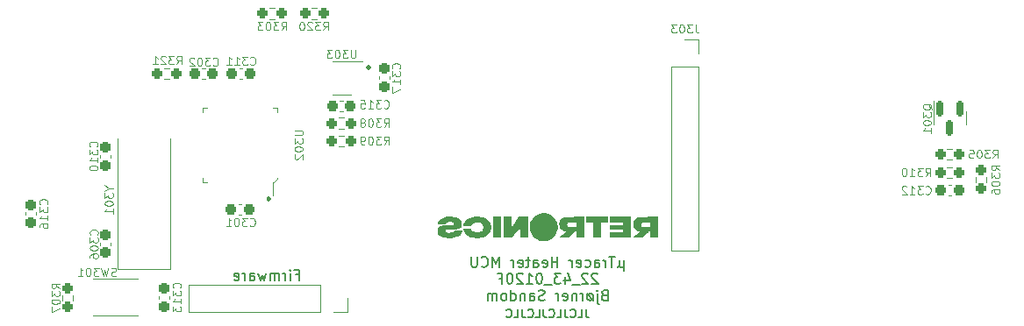
<source format=gbo>
G04 #@! TF.GenerationSoftware,KiCad,Pcbnew,(6.0.10)*
G04 #@! TF.CreationDate,2023-01-23T18:05:13+01:00*
G04 #@! TF.ProjectId,HeaterMCU,48656174-6572-44d4-9355-2e6b69636164,rev?*
G04 #@! TF.SameCoordinates,Original*
G04 #@! TF.FileFunction,Legend,Bot*
G04 #@! TF.FilePolarity,Positive*
%FSLAX46Y46*%
G04 Gerber Fmt 4.6, Leading zero omitted, Abs format (unit mm)*
G04 Created by KiCad (PCBNEW (6.0.10)) date 2023-01-23 18:05:13*
%MOMM*%
%LPD*%
G01*
G04 APERTURE LIST*
G04 Aperture macros list*
%AMRoundRect*
0 Rectangle with rounded corners*
0 $1 Rounding radius*
0 $2 $3 $4 $5 $6 $7 $8 $9 X,Y pos of 4 corners*
0 Add a 4 corners polygon primitive as box body*
4,1,4,$2,$3,$4,$5,$6,$7,$8,$9,$2,$3,0*
0 Add four circle primitives for the rounded corners*
1,1,$1+$1,$2,$3*
1,1,$1+$1,$4,$5*
1,1,$1+$1,$6,$7*
1,1,$1+$1,$8,$9*
0 Add four rect primitives between the rounded corners*
20,1,$1+$1,$2,$3,$4,$5,0*
20,1,$1+$1,$4,$5,$6,$7,0*
20,1,$1+$1,$6,$7,$8,$9,0*
20,1,$1+$1,$8,$9,$2,$3,0*%
G04 Aperture macros list end*
%ADD10C,0.150000*%
%ADD11C,0.300000*%
%ADD12C,0.100000*%
%ADD13C,0.120000*%
%ADD14RoundRect,0.237500X0.250000X0.237500X-0.250000X0.237500X-0.250000X-0.237500X0.250000X-0.237500X0*%
%ADD15C,3.200000*%
%ADD16C,2.700000*%
%ADD17R,1.700000X1.700000*%
%ADD18C,1.700000*%
%ADD19RoundRect,0.237500X-0.250000X-0.237500X0.250000X-0.237500X0.250000X0.237500X-0.250000X0.237500X0*%
%ADD20RoundRect,0.237500X0.237500X-0.300000X0.237500X0.300000X-0.237500X0.300000X-0.237500X-0.300000X0*%
%ADD21R,0.550000X1.500000*%
%ADD22R,1.500000X0.550000*%
%ADD23RoundRect,0.237500X-0.300000X-0.237500X0.300000X-0.237500X0.300000X0.237500X-0.300000X0.237500X0*%
%ADD24RoundRect,0.237500X0.300000X0.237500X-0.300000X0.237500X-0.300000X-0.237500X0.300000X-0.237500X0*%
%ADD25RoundRect,0.237500X-0.237500X0.300000X-0.237500X-0.300000X0.237500X-0.300000X0.237500X0.300000X0*%
%ADD26R,1.560000X0.400000*%
%ADD27RoundRect,0.150000X-0.150000X0.587500X-0.150000X-0.587500X0.150000X-0.587500X0.150000X0.587500X0*%
%ADD28O,1.700000X1.700000*%
%ADD29R,2.000000X4.500000*%
%ADD30RoundRect,0.237500X0.237500X-0.250000X0.237500X0.250000X-0.237500X0.250000X-0.237500X-0.250000X0*%
%ADD31R,1.600000X1.200000*%
%ADD32C,0.700000*%
%ADD33RoundRect,0.237500X-0.237500X0.250000X-0.237500X-0.250000X0.237500X-0.250000X0.237500X0.250000X0*%
G04 APERTURE END LIST*
D10*
X85885714Y-75128571D02*
X86219047Y-75128571D01*
X86219047Y-75652380D02*
X86219047Y-74652380D01*
X85742857Y-74652380D01*
X85361904Y-75652380D02*
X85361904Y-74985714D01*
X85361904Y-74652380D02*
X85409523Y-74700000D01*
X85361904Y-74747619D01*
X85314285Y-74700000D01*
X85361904Y-74652380D01*
X85361904Y-74747619D01*
X84885714Y-75652380D02*
X84885714Y-74985714D01*
X84885714Y-75176190D02*
X84838095Y-75080952D01*
X84790476Y-75033333D01*
X84695238Y-74985714D01*
X84600000Y-74985714D01*
X84266666Y-75652380D02*
X84266666Y-74985714D01*
X84266666Y-75080952D02*
X84219047Y-75033333D01*
X84123809Y-74985714D01*
X83980952Y-74985714D01*
X83885714Y-75033333D01*
X83838095Y-75128571D01*
X83838095Y-75652380D01*
X83838095Y-75128571D02*
X83790476Y-75033333D01*
X83695238Y-74985714D01*
X83552380Y-74985714D01*
X83457142Y-75033333D01*
X83409523Y-75128571D01*
X83409523Y-75652380D01*
X83028571Y-74985714D02*
X82838095Y-75652380D01*
X82647619Y-75176190D01*
X82457142Y-75652380D01*
X82266666Y-74985714D01*
X81457142Y-75652380D02*
X81457142Y-75128571D01*
X81504761Y-75033333D01*
X81600000Y-74985714D01*
X81790476Y-74985714D01*
X81885714Y-75033333D01*
X81457142Y-75604761D02*
X81552380Y-75652380D01*
X81790476Y-75652380D01*
X81885714Y-75604761D01*
X81933333Y-75509523D01*
X81933333Y-75414285D01*
X81885714Y-75319047D01*
X81790476Y-75271428D01*
X81552380Y-75271428D01*
X81457142Y-75223809D01*
X80980952Y-75652380D02*
X80980952Y-74985714D01*
X80980952Y-75176190D02*
X80933333Y-75080952D01*
X80885714Y-75033333D01*
X80790476Y-74985714D01*
X80695238Y-74985714D01*
X79980952Y-75604761D02*
X80076190Y-75652380D01*
X80266666Y-75652380D01*
X80361904Y-75604761D01*
X80409523Y-75509523D01*
X80409523Y-75128571D01*
X80361904Y-75033333D01*
X80266666Y-74985714D01*
X80076190Y-74985714D01*
X79980952Y-75033333D01*
X79933333Y-75128571D01*
X79933333Y-75223809D01*
X80409523Y-75319047D01*
D11*
X83300000Y-67735714D02*
X83228571Y-67807142D01*
X83300000Y-67878571D01*
X83371428Y-67807142D01*
X83300000Y-67735714D01*
X83300000Y-67878571D01*
X92900000Y-55035714D02*
X92828571Y-55107142D01*
X92900000Y-55178571D01*
X92971428Y-55107142D01*
X92900000Y-55035714D01*
X92900000Y-55178571D01*
D10*
X113895238Y-78461904D02*
X113895238Y-79033333D01*
X113933333Y-79147619D01*
X114009523Y-79223809D01*
X114123809Y-79261904D01*
X114200000Y-79261904D01*
X113133333Y-79261904D02*
X113514285Y-79261904D01*
X113514285Y-78461904D01*
X112409523Y-79185714D02*
X112447619Y-79223809D01*
X112561904Y-79261904D01*
X112638095Y-79261904D01*
X112752380Y-79223809D01*
X112828571Y-79147619D01*
X112866666Y-79071428D01*
X112904761Y-78919047D01*
X112904761Y-78804761D01*
X112866666Y-78652380D01*
X112828571Y-78576190D01*
X112752380Y-78500000D01*
X112638095Y-78461904D01*
X112561904Y-78461904D01*
X112447619Y-78500000D01*
X112409523Y-78538095D01*
X111838095Y-78461904D02*
X111838095Y-79033333D01*
X111876190Y-79147619D01*
X111952380Y-79223809D01*
X112066666Y-79261904D01*
X112142857Y-79261904D01*
X111076190Y-79261904D02*
X111457142Y-79261904D01*
X111457142Y-78461904D01*
X110352380Y-79185714D02*
X110390476Y-79223809D01*
X110504761Y-79261904D01*
X110580952Y-79261904D01*
X110695238Y-79223809D01*
X110771428Y-79147619D01*
X110809523Y-79071428D01*
X110847619Y-78919047D01*
X110847619Y-78804761D01*
X110809523Y-78652380D01*
X110771428Y-78576190D01*
X110695238Y-78500000D01*
X110580952Y-78461904D01*
X110504761Y-78461904D01*
X110390476Y-78500000D01*
X110352380Y-78538095D01*
X109780952Y-78461904D02*
X109780952Y-79033333D01*
X109819047Y-79147619D01*
X109895238Y-79223809D01*
X110009523Y-79261904D01*
X110085714Y-79261904D01*
X109019047Y-79261904D02*
X109400000Y-79261904D01*
X109400000Y-78461904D01*
X108295238Y-79185714D02*
X108333333Y-79223809D01*
X108447619Y-79261904D01*
X108523809Y-79261904D01*
X108638095Y-79223809D01*
X108714285Y-79147619D01*
X108752380Y-79071428D01*
X108790476Y-78919047D01*
X108790476Y-78804761D01*
X108752380Y-78652380D01*
X108714285Y-78576190D01*
X108638095Y-78500000D01*
X108523809Y-78461904D01*
X108447619Y-78461904D01*
X108333333Y-78500000D01*
X108295238Y-78538095D01*
X107723809Y-78461904D02*
X107723809Y-79033333D01*
X107761904Y-79147619D01*
X107838095Y-79223809D01*
X107952380Y-79261904D01*
X108028571Y-79261904D01*
X106961904Y-79261904D02*
X107342857Y-79261904D01*
X107342857Y-78461904D01*
X106238095Y-79185714D02*
X106276190Y-79223809D01*
X106390476Y-79261904D01*
X106466666Y-79261904D01*
X106580952Y-79223809D01*
X106657142Y-79147619D01*
X106695238Y-79071428D01*
X106733333Y-78919047D01*
X106733333Y-78804761D01*
X106695238Y-78652380D01*
X106657142Y-78576190D01*
X106580952Y-78500000D01*
X106466666Y-78461904D01*
X106390476Y-78461904D01*
X106276190Y-78500000D01*
X106238095Y-78538095D01*
X117580952Y-73725714D02*
X117580952Y-74725714D01*
X117104761Y-74249523D02*
X117057142Y-74344761D01*
X116961904Y-74392380D01*
X117580952Y-74249523D02*
X117533333Y-74344761D01*
X117438095Y-74392380D01*
X117247619Y-74392380D01*
X117152380Y-74344761D01*
X117104761Y-74249523D01*
X117104761Y-73725714D01*
X116676190Y-73392380D02*
X116104761Y-73392380D01*
X116390476Y-74392380D02*
X116390476Y-73392380D01*
X115771428Y-74392380D02*
X115771428Y-73725714D01*
X115771428Y-73916190D02*
X115723809Y-73820952D01*
X115676190Y-73773333D01*
X115580952Y-73725714D01*
X115485714Y-73725714D01*
X114723809Y-74392380D02*
X114723809Y-73868571D01*
X114771428Y-73773333D01*
X114866666Y-73725714D01*
X115057142Y-73725714D01*
X115152380Y-73773333D01*
X114723809Y-74344761D02*
X114819047Y-74392380D01*
X115057142Y-74392380D01*
X115152380Y-74344761D01*
X115200000Y-74249523D01*
X115200000Y-74154285D01*
X115152380Y-74059047D01*
X115057142Y-74011428D01*
X114819047Y-74011428D01*
X114723809Y-73963809D01*
X113819047Y-74344761D02*
X113914285Y-74392380D01*
X114104761Y-74392380D01*
X114200000Y-74344761D01*
X114247619Y-74297142D01*
X114295238Y-74201904D01*
X114295238Y-73916190D01*
X114247619Y-73820952D01*
X114200000Y-73773333D01*
X114104761Y-73725714D01*
X113914285Y-73725714D01*
X113819047Y-73773333D01*
X113009523Y-74344761D02*
X113104761Y-74392380D01*
X113295238Y-74392380D01*
X113390476Y-74344761D01*
X113438095Y-74249523D01*
X113438095Y-73868571D01*
X113390476Y-73773333D01*
X113295238Y-73725714D01*
X113104761Y-73725714D01*
X113009523Y-73773333D01*
X112961904Y-73868571D01*
X112961904Y-73963809D01*
X113438095Y-74059047D01*
X112533333Y-74392380D02*
X112533333Y-73725714D01*
X112533333Y-73916190D02*
X112485714Y-73820952D01*
X112438095Y-73773333D01*
X112342857Y-73725714D01*
X112247619Y-73725714D01*
X111152380Y-74392380D02*
X111152380Y-73392380D01*
X111152380Y-73868571D02*
X110580952Y-73868571D01*
X110580952Y-74392380D02*
X110580952Y-73392380D01*
X109723809Y-74344761D02*
X109819047Y-74392380D01*
X110009523Y-74392380D01*
X110104761Y-74344761D01*
X110152380Y-74249523D01*
X110152380Y-73868571D01*
X110104761Y-73773333D01*
X110009523Y-73725714D01*
X109819047Y-73725714D01*
X109723809Y-73773333D01*
X109676190Y-73868571D01*
X109676190Y-73963809D01*
X110152380Y-74059047D01*
X108819047Y-74392380D02*
X108819047Y-73868571D01*
X108866666Y-73773333D01*
X108961904Y-73725714D01*
X109152380Y-73725714D01*
X109247619Y-73773333D01*
X108819047Y-74344761D02*
X108914285Y-74392380D01*
X109152380Y-74392380D01*
X109247619Y-74344761D01*
X109295238Y-74249523D01*
X109295238Y-74154285D01*
X109247619Y-74059047D01*
X109152380Y-74011428D01*
X108914285Y-74011428D01*
X108819047Y-73963809D01*
X108485714Y-73725714D02*
X108104761Y-73725714D01*
X108342857Y-73392380D02*
X108342857Y-74249523D01*
X108295238Y-74344761D01*
X108200000Y-74392380D01*
X108104761Y-74392380D01*
X107390476Y-74344761D02*
X107485714Y-74392380D01*
X107676190Y-74392380D01*
X107771428Y-74344761D01*
X107819047Y-74249523D01*
X107819047Y-73868571D01*
X107771428Y-73773333D01*
X107676190Y-73725714D01*
X107485714Y-73725714D01*
X107390476Y-73773333D01*
X107342857Y-73868571D01*
X107342857Y-73963809D01*
X107819047Y-74059047D01*
X106914285Y-74392380D02*
X106914285Y-73725714D01*
X106914285Y-73916190D02*
X106866666Y-73820952D01*
X106819047Y-73773333D01*
X106723809Y-73725714D01*
X106628571Y-73725714D01*
X105533333Y-74392380D02*
X105533333Y-73392380D01*
X105200000Y-74106666D01*
X104866666Y-73392380D01*
X104866666Y-74392380D01*
X103819047Y-74297142D02*
X103866666Y-74344761D01*
X104009523Y-74392380D01*
X104104761Y-74392380D01*
X104247619Y-74344761D01*
X104342857Y-74249523D01*
X104390476Y-74154285D01*
X104438095Y-73963809D01*
X104438095Y-73820952D01*
X104390476Y-73630476D01*
X104342857Y-73535238D01*
X104247619Y-73440000D01*
X104104761Y-73392380D01*
X104009523Y-73392380D01*
X103866666Y-73440000D01*
X103819047Y-73487619D01*
X103390476Y-73392380D02*
X103390476Y-74201904D01*
X103342857Y-74297142D01*
X103295238Y-74344761D01*
X103200000Y-74392380D01*
X103009523Y-74392380D01*
X102914285Y-74344761D01*
X102866666Y-74297142D01*
X102819047Y-74201904D01*
X102819047Y-73392380D01*
X115009523Y-75097619D02*
X114961904Y-75050000D01*
X114866666Y-75002380D01*
X114628571Y-75002380D01*
X114533333Y-75050000D01*
X114485714Y-75097619D01*
X114438095Y-75192857D01*
X114438095Y-75288095D01*
X114485714Y-75430952D01*
X115057142Y-76002380D01*
X114438095Y-76002380D01*
X114057142Y-75097619D02*
X114009523Y-75050000D01*
X113914285Y-75002380D01*
X113676190Y-75002380D01*
X113580952Y-75050000D01*
X113533333Y-75097619D01*
X113485714Y-75192857D01*
X113485714Y-75288095D01*
X113533333Y-75430952D01*
X114104761Y-76002380D01*
X113485714Y-76002380D01*
X113295238Y-76097619D02*
X112533333Y-76097619D01*
X111866666Y-75335714D02*
X111866666Y-76002380D01*
X112104761Y-74954761D02*
X112342857Y-75669047D01*
X111723809Y-75669047D01*
X111438095Y-75002380D02*
X110819047Y-75002380D01*
X111152380Y-75383333D01*
X111009523Y-75383333D01*
X110914285Y-75430952D01*
X110866666Y-75478571D01*
X110819047Y-75573809D01*
X110819047Y-75811904D01*
X110866666Y-75907142D01*
X110914285Y-75954761D01*
X111009523Y-76002380D01*
X111295238Y-76002380D01*
X111390476Y-75954761D01*
X111438095Y-75907142D01*
X110628571Y-76097619D02*
X109866666Y-76097619D01*
X109438095Y-75002380D02*
X109342857Y-75002380D01*
X109247619Y-75050000D01*
X109200000Y-75097619D01*
X109152380Y-75192857D01*
X109104761Y-75383333D01*
X109104761Y-75621428D01*
X109152380Y-75811904D01*
X109200000Y-75907142D01*
X109247619Y-75954761D01*
X109342857Y-76002380D01*
X109438095Y-76002380D01*
X109533333Y-75954761D01*
X109580952Y-75907142D01*
X109628571Y-75811904D01*
X109676190Y-75621428D01*
X109676190Y-75383333D01*
X109628571Y-75192857D01*
X109580952Y-75097619D01*
X109533333Y-75050000D01*
X109438095Y-75002380D01*
X108152380Y-76002380D02*
X108723809Y-76002380D01*
X108438095Y-76002380D02*
X108438095Y-75002380D01*
X108533333Y-75145238D01*
X108628571Y-75240476D01*
X108723809Y-75288095D01*
X107771428Y-75097619D02*
X107723809Y-75050000D01*
X107628571Y-75002380D01*
X107390476Y-75002380D01*
X107295238Y-75050000D01*
X107247619Y-75097619D01*
X107200000Y-75192857D01*
X107200000Y-75288095D01*
X107247619Y-75430952D01*
X107819047Y-76002380D01*
X107200000Y-76002380D01*
X106580952Y-75002380D02*
X106485714Y-75002380D01*
X106390476Y-75050000D01*
X106342857Y-75097619D01*
X106295238Y-75192857D01*
X106247619Y-75383333D01*
X106247619Y-75621428D01*
X106295238Y-75811904D01*
X106342857Y-75907142D01*
X106390476Y-75954761D01*
X106485714Y-76002380D01*
X106580952Y-76002380D01*
X106676190Y-75954761D01*
X106723809Y-75907142D01*
X106771428Y-75811904D01*
X106819047Y-75621428D01*
X106819047Y-75383333D01*
X106771428Y-75192857D01*
X106723809Y-75097619D01*
X106676190Y-75050000D01*
X106580952Y-75002380D01*
X105485714Y-75478571D02*
X105819047Y-75478571D01*
X105819047Y-76002380D02*
X105819047Y-75002380D01*
X105342857Y-75002380D01*
X115652380Y-77088571D02*
X115509523Y-77136190D01*
X115461904Y-77183809D01*
X115414285Y-77279047D01*
X115414285Y-77421904D01*
X115461904Y-77517142D01*
X115509523Y-77564761D01*
X115604761Y-77612380D01*
X115985714Y-77612380D01*
X115985714Y-76612380D01*
X115652380Y-76612380D01*
X115557142Y-76660000D01*
X115509523Y-76707619D01*
X115461904Y-76802857D01*
X115461904Y-76898095D01*
X115509523Y-76993333D01*
X115557142Y-77040952D01*
X115652380Y-77088571D01*
X115985714Y-77088571D01*
X114985714Y-76945714D02*
X114985714Y-77802857D01*
X115033333Y-77898095D01*
X115128571Y-77945714D01*
X115176190Y-77945714D01*
X114985714Y-76612380D02*
X115033333Y-76660000D01*
X114985714Y-76707619D01*
X114938095Y-76660000D01*
X114985714Y-76612380D01*
X114985714Y-76707619D01*
X113985714Y-76945714D02*
X114604761Y-77612380D01*
X114366666Y-77612380D02*
X114461904Y-77564761D01*
X114509523Y-77517142D01*
X114557142Y-77421904D01*
X114557142Y-77136190D01*
X114509523Y-77040952D01*
X114461904Y-76993333D01*
X114366666Y-76945714D01*
X114223809Y-76945714D01*
X114128571Y-76993333D01*
X114080952Y-77040952D01*
X114033333Y-77136190D01*
X114033333Y-77421904D01*
X114080952Y-77517142D01*
X114128571Y-77564761D01*
X114223809Y-77612380D01*
X114366666Y-77612380D01*
X113604761Y-77612380D02*
X113604761Y-76945714D01*
X113604761Y-77136190D02*
X113557142Y-77040952D01*
X113509523Y-76993333D01*
X113414285Y-76945714D01*
X113319047Y-76945714D01*
X112985714Y-76945714D02*
X112985714Y-77612380D01*
X112985714Y-77040952D02*
X112938095Y-76993333D01*
X112842857Y-76945714D01*
X112700000Y-76945714D01*
X112604761Y-76993333D01*
X112557142Y-77088571D01*
X112557142Y-77612380D01*
X111700000Y-77564761D02*
X111795238Y-77612380D01*
X111985714Y-77612380D01*
X112080952Y-77564761D01*
X112128571Y-77469523D01*
X112128571Y-77088571D01*
X112080952Y-76993333D01*
X111985714Y-76945714D01*
X111795238Y-76945714D01*
X111700000Y-76993333D01*
X111652380Y-77088571D01*
X111652380Y-77183809D01*
X112128571Y-77279047D01*
X111223809Y-77612380D02*
X111223809Y-76945714D01*
X111223809Y-77136190D02*
X111176190Y-77040952D01*
X111128571Y-76993333D01*
X111033333Y-76945714D01*
X110938095Y-76945714D01*
X109890476Y-77564761D02*
X109747619Y-77612380D01*
X109509523Y-77612380D01*
X109414285Y-77564761D01*
X109366666Y-77517142D01*
X109319047Y-77421904D01*
X109319047Y-77326666D01*
X109366666Y-77231428D01*
X109414285Y-77183809D01*
X109509523Y-77136190D01*
X109700000Y-77088571D01*
X109795238Y-77040952D01*
X109842857Y-76993333D01*
X109890476Y-76898095D01*
X109890476Y-76802857D01*
X109842857Y-76707619D01*
X109795238Y-76660000D01*
X109700000Y-76612380D01*
X109461904Y-76612380D01*
X109319047Y-76660000D01*
X108461904Y-77612380D02*
X108461904Y-77088571D01*
X108509523Y-76993333D01*
X108604761Y-76945714D01*
X108795238Y-76945714D01*
X108890476Y-76993333D01*
X108461904Y-77564761D02*
X108557142Y-77612380D01*
X108795238Y-77612380D01*
X108890476Y-77564761D01*
X108938095Y-77469523D01*
X108938095Y-77374285D01*
X108890476Y-77279047D01*
X108795238Y-77231428D01*
X108557142Y-77231428D01*
X108461904Y-77183809D01*
X107985714Y-76945714D02*
X107985714Y-77612380D01*
X107985714Y-77040952D02*
X107938095Y-76993333D01*
X107842857Y-76945714D01*
X107700000Y-76945714D01*
X107604761Y-76993333D01*
X107557142Y-77088571D01*
X107557142Y-77612380D01*
X106652380Y-77612380D02*
X106652380Y-76612380D01*
X106652380Y-77564761D02*
X106747619Y-77612380D01*
X106938095Y-77612380D01*
X107033333Y-77564761D01*
X107080952Y-77517142D01*
X107128571Y-77421904D01*
X107128571Y-77136190D01*
X107080952Y-77040952D01*
X107033333Y-76993333D01*
X106938095Y-76945714D01*
X106747619Y-76945714D01*
X106652380Y-76993333D01*
X106033333Y-77612380D02*
X106128571Y-77564761D01*
X106176190Y-77517142D01*
X106223809Y-77421904D01*
X106223809Y-77136190D01*
X106176190Y-77040952D01*
X106128571Y-76993333D01*
X106033333Y-76945714D01*
X105890476Y-76945714D01*
X105795238Y-76993333D01*
X105747619Y-77040952D01*
X105700000Y-77136190D01*
X105700000Y-77421904D01*
X105747619Y-77517142D01*
X105795238Y-77564761D01*
X105890476Y-77612380D01*
X106033333Y-77612380D01*
X105271428Y-77612380D02*
X105271428Y-76945714D01*
X105271428Y-77040952D02*
X105223809Y-76993333D01*
X105128571Y-76945714D01*
X104985714Y-76945714D01*
X104890476Y-76993333D01*
X104842857Y-77088571D01*
X104842857Y-77612380D01*
X104842857Y-77088571D02*
X104795238Y-76993333D01*
X104700000Y-76945714D01*
X104557142Y-76945714D01*
X104461904Y-76993333D01*
X104414285Y-77088571D01*
X104414285Y-77612380D01*
D12*
X88545238Y-51511904D02*
X88811904Y-51130952D01*
X89002380Y-51511904D02*
X89002380Y-50711904D01*
X88697619Y-50711904D01*
X88621428Y-50750000D01*
X88583333Y-50788095D01*
X88545238Y-50864285D01*
X88545238Y-50978571D01*
X88583333Y-51054761D01*
X88621428Y-51092857D01*
X88697619Y-51130952D01*
X89002380Y-51130952D01*
X88278571Y-50711904D02*
X87783333Y-50711904D01*
X88050000Y-51016666D01*
X87935714Y-51016666D01*
X87859523Y-51054761D01*
X87821428Y-51092857D01*
X87783333Y-51169047D01*
X87783333Y-51359523D01*
X87821428Y-51435714D01*
X87859523Y-51473809D01*
X87935714Y-51511904D01*
X88164285Y-51511904D01*
X88240476Y-51473809D01*
X88278571Y-51435714D01*
X87478571Y-50788095D02*
X87440476Y-50750000D01*
X87364285Y-50711904D01*
X87173809Y-50711904D01*
X87097619Y-50750000D01*
X87059523Y-50788095D01*
X87021428Y-50864285D01*
X87021428Y-50940476D01*
X87059523Y-51054761D01*
X87516666Y-51511904D01*
X87021428Y-51511904D01*
X86526190Y-50711904D02*
X86450000Y-50711904D01*
X86373809Y-50750000D01*
X86335714Y-50788095D01*
X86297619Y-50864285D01*
X86259523Y-51016666D01*
X86259523Y-51207142D01*
X86297619Y-51359523D01*
X86335714Y-51435714D01*
X86373809Y-51473809D01*
X86450000Y-51511904D01*
X86526190Y-51511904D01*
X86602380Y-51473809D01*
X86640476Y-51435714D01*
X86678571Y-51359523D01*
X86716666Y-51207142D01*
X86716666Y-51016666D01*
X86678571Y-50864285D01*
X86640476Y-50788095D01*
X86602380Y-50750000D01*
X86526190Y-50711904D01*
X74395238Y-54811904D02*
X74661904Y-54430952D01*
X74852380Y-54811904D02*
X74852380Y-54011904D01*
X74547619Y-54011904D01*
X74471428Y-54050000D01*
X74433333Y-54088095D01*
X74395238Y-54164285D01*
X74395238Y-54278571D01*
X74433333Y-54354761D01*
X74471428Y-54392857D01*
X74547619Y-54430952D01*
X74852380Y-54430952D01*
X74128571Y-54011904D02*
X73633333Y-54011904D01*
X73900000Y-54316666D01*
X73785714Y-54316666D01*
X73709523Y-54354761D01*
X73671428Y-54392857D01*
X73633333Y-54469047D01*
X73633333Y-54659523D01*
X73671428Y-54735714D01*
X73709523Y-54773809D01*
X73785714Y-54811904D01*
X74014285Y-54811904D01*
X74090476Y-54773809D01*
X74128571Y-54735714D01*
X73328571Y-54088095D02*
X73290476Y-54050000D01*
X73214285Y-54011904D01*
X73023809Y-54011904D01*
X72947619Y-54050000D01*
X72909523Y-54088095D01*
X72871428Y-54164285D01*
X72871428Y-54240476D01*
X72909523Y-54354761D01*
X73366666Y-54811904D01*
X72871428Y-54811904D01*
X72109523Y-54811904D02*
X72566666Y-54811904D01*
X72338095Y-54811904D02*
X72338095Y-54011904D01*
X72414285Y-54126190D01*
X72490476Y-54202380D01*
X72566666Y-54240476D01*
X84495238Y-51511904D02*
X84761904Y-51130952D01*
X84952380Y-51511904D02*
X84952380Y-50711904D01*
X84647619Y-50711904D01*
X84571428Y-50750000D01*
X84533333Y-50788095D01*
X84495238Y-50864285D01*
X84495238Y-50978571D01*
X84533333Y-51054761D01*
X84571428Y-51092857D01*
X84647619Y-51130952D01*
X84952380Y-51130952D01*
X84228571Y-50711904D02*
X83733333Y-50711904D01*
X84000000Y-51016666D01*
X83885714Y-51016666D01*
X83809523Y-51054761D01*
X83771428Y-51092857D01*
X83733333Y-51169047D01*
X83733333Y-51359523D01*
X83771428Y-51435714D01*
X83809523Y-51473809D01*
X83885714Y-51511904D01*
X84114285Y-51511904D01*
X84190476Y-51473809D01*
X84228571Y-51435714D01*
X83238095Y-50711904D02*
X83161904Y-50711904D01*
X83085714Y-50750000D01*
X83047619Y-50788095D01*
X83009523Y-50864285D01*
X82971428Y-51016666D01*
X82971428Y-51207142D01*
X83009523Y-51359523D01*
X83047619Y-51435714D01*
X83085714Y-51473809D01*
X83161904Y-51511904D01*
X83238095Y-51511904D01*
X83314285Y-51473809D01*
X83352380Y-51435714D01*
X83390476Y-51359523D01*
X83428571Y-51207142D01*
X83428571Y-51016666D01*
X83390476Y-50864285D01*
X83352380Y-50788095D01*
X83314285Y-50750000D01*
X83238095Y-50711904D01*
X82704761Y-50711904D02*
X82209523Y-50711904D01*
X82476190Y-51016666D01*
X82361904Y-51016666D01*
X82285714Y-51054761D01*
X82247619Y-51092857D01*
X82209523Y-51169047D01*
X82209523Y-51359523D01*
X82247619Y-51435714D01*
X82285714Y-51473809D01*
X82361904Y-51511904D01*
X82590476Y-51511904D01*
X82666666Y-51473809D01*
X82704761Y-51435714D01*
X66685714Y-62767261D02*
X66723809Y-62729166D01*
X66761904Y-62614880D01*
X66761904Y-62538690D01*
X66723809Y-62424404D01*
X66647619Y-62348214D01*
X66571428Y-62310119D01*
X66419047Y-62272023D01*
X66304761Y-62272023D01*
X66152380Y-62310119D01*
X66076190Y-62348214D01*
X66000000Y-62424404D01*
X65961904Y-62538690D01*
X65961904Y-62614880D01*
X66000000Y-62729166D01*
X66038095Y-62767261D01*
X65961904Y-63033928D02*
X65961904Y-63529166D01*
X66266666Y-63262500D01*
X66266666Y-63376785D01*
X66304761Y-63452976D01*
X66342857Y-63491071D01*
X66419047Y-63529166D01*
X66609523Y-63529166D01*
X66685714Y-63491071D01*
X66723809Y-63452976D01*
X66761904Y-63376785D01*
X66761904Y-63148214D01*
X66723809Y-63072023D01*
X66685714Y-63033928D01*
X66761904Y-64291071D02*
X66761904Y-63833928D01*
X66761904Y-64062500D02*
X65961904Y-64062500D01*
X66076190Y-63986309D01*
X66152380Y-63910119D01*
X66190476Y-63833928D01*
X65961904Y-64786309D02*
X65961904Y-64862500D01*
X66000000Y-64938690D01*
X66038095Y-64976785D01*
X66114285Y-65014880D01*
X66266666Y-65052976D01*
X66457142Y-65052976D01*
X66609523Y-65014880D01*
X66685714Y-64976785D01*
X66723809Y-64938690D01*
X66761904Y-64862500D01*
X66761904Y-64786309D01*
X66723809Y-64710119D01*
X66685714Y-64672023D01*
X66609523Y-64633928D01*
X66457142Y-64595833D01*
X66266666Y-64595833D01*
X66114285Y-64633928D01*
X66038095Y-64672023D01*
X66000000Y-64710119D01*
X65961904Y-64786309D01*
X85761904Y-61203571D02*
X86409523Y-61203571D01*
X86485714Y-61241666D01*
X86523809Y-61279761D01*
X86561904Y-61355952D01*
X86561904Y-61508333D01*
X86523809Y-61584523D01*
X86485714Y-61622619D01*
X86409523Y-61660714D01*
X85761904Y-61660714D01*
X85761904Y-61965476D02*
X85761904Y-62460714D01*
X86066666Y-62194047D01*
X86066666Y-62308333D01*
X86104761Y-62384523D01*
X86142857Y-62422619D01*
X86219047Y-62460714D01*
X86409523Y-62460714D01*
X86485714Y-62422619D01*
X86523809Y-62384523D01*
X86561904Y-62308333D01*
X86561904Y-62079761D01*
X86523809Y-62003571D01*
X86485714Y-61965476D01*
X85761904Y-62955952D02*
X85761904Y-63032142D01*
X85800000Y-63108333D01*
X85838095Y-63146428D01*
X85914285Y-63184523D01*
X86066666Y-63222619D01*
X86257142Y-63222619D01*
X86409523Y-63184523D01*
X86485714Y-63146428D01*
X86523809Y-63108333D01*
X86561904Y-63032142D01*
X86561904Y-62955952D01*
X86523809Y-62879761D01*
X86485714Y-62841666D01*
X86409523Y-62803571D01*
X86257142Y-62765476D01*
X86066666Y-62765476D01*
X85914285Y-62803571D01*
X85838095Y-62841666D01*
X85800000Y-62879761D01*
X85761904Y-62955952D01*
X85838095Y-63527380D02*
X85800000Y-63565476D01*
X85761904Y-63641666D01*
X85761904Y-63832142D01*
X85800000Y-63908333D01*
X85838095Y-63946428D01*
X85914285Y-63984523D01*
X85990476Y-63984523D01*
X86104761Y-63946428D01*
X86561904Y-63489285D01*
X86561904Y-63984523D01*
X94395238Y-58985714D02*
X94433333Y-59023809D01*
X94547619Y-59061904D01*
X94623809Y-59061904D01*
X94738095Y-59023809D01*
X94814285Y-58947619D01*
X94852380Y-58871428D01*
X94890476Y-58719047D01*
X94890476Y-58604761D01*
X94852380Y-58452380D01*
X94814285Y-58376190D01*
X94738095Y-58300000D01*
X94623809Y-58261904D01*
X94547619Y-58261904D01*
X94433333Y-58300000D01*
X94395238Y-58338095D01*
X94128571Y-58261904D02*
X93633333Y-58261904D01*
X93900000Y-58566666D01*
X93785714Y-58566666D01*
X93709523Y-58604761D01*
X93671428Y-58642857D01*
X93633333Y-58719047D01*
X93633333Y-58909523D01*
X93671428Y-58985714D01*
X93709523Y-59023809D01*
X93785714Y-59061904D01*
X94014285Y-59061904D01*
X94090476Y-59023809D01*
X94128571Y-58985714D01*
X92871428Y-59061904D02*
X93328571Y-59061904D01*
X93100000Y-59061904D02*
X93100000Y-58261904D01*
X93176190Y-58376190D01*
X93252380Y-58452380D01*
X93328571Y-58490476D01*
X92147619Y-58261904D02*
X92528571Y-58261904D01*
X92566666Y-58642857D01*
X92528571Y-58604761D01*
X92452380Y-58566666D01*
X92261904Y-58566666D01*
X92185714Y-58604761D01*
X92147619Y-58642857D01*
X92109523Y-58719047D01*
X92109523Y-58909523D01*
X92147619Y-58985714D01*
X92185714Y-59023809D01*
X92261904Y-59061904D01*
X92452380Y-59061904D01*
X92528571Y-59023809D01*
X92566666Y-58985714D01*
X146645238Y-67285714D02*
X146683333Y-67323809D01*
X146797619Y-67361904D01*
X146873809Y-67361904D01*
X146988095Y-67323809D01*
X147064285Y-67247619D01*
X147102380Y-67171428D01*
X147140476Y-67019047D01*
X147140476Y-66904761D01*
X147102380Y-66752380D01*
X147064285Y-66676190D01*
X146988095Y-66600000D01*
X146873809Y-66561904D01*
X146797619Y-66561904D01*
X146683333Y-66600000D01*
X146645238Y-66638095D01*
X146378571Y-66561904D02*
X145883333Y-66561904D01*
X146150000Y-66866666D01*
X146035714Y-66866666D01*
X145959523Y-66904761D01*
X145921428Y-66942857D01*
X145883333Y-67019047D01*
X145883333Y-67209523D01*
X145921428Y-67285714D01*
X145959523Y-67323809D01*
X146035714Y-67361904D01*
X146264285Y-67361904D01*
X146340476Y-67323809D01*
X146378571Y-67285714D01*
X145121428Y-67361904D02*
X145578571Y-67361904D01*
X145350000Y-67361904D02*
X145350000Y-66561904D01*
X145426190Y-66676190D01*
X145502380Y-66752380D01*
X145578571Y-66790476D01*
X144816666Y-66638095D02*
X144778571Y-66600000D01*
X144702380Y-66561904D01*
X144511904Y-66561904D01*
X144435714Y-66600000D01*
X144397619Y-66638095D01*
X144359523Y-66714285D01*
X144359523Y-66790476D01*
X144397619Y-66904761D01*
X144854761Y-67361904D01*
X144359523Y-67361904D01*
X66735714Y-71254761D02*
X66773809Y-71216666D01*
X66811904Y-71102380D01*
X66811904Y-71026190D01*
X66773809Y-70911904D01*
X66697619Y-70835714D01*
X66621428Y-70797619D01*
X66469047Y-70759523D01*
X66354761Y-70759523D01*
X66202380Y-70797619D01*
X66126190Y-70835714D01*
X66050000Y-70911904D01*
X66011904Y-71026190D01*
X66011904Y-71102380D01*
X66050000Y-71216666D01*
X66088095Y-71254761D01*
X66011904Y-71521428D02*
X66011904Y-72016666D01*
X66316666Y-71750000D01*
X66316666Y-71864285D01*
X66354761Y-71940476D01*
X66392857Y-71978571D01*
X66469047Y-72016666D01*
X66659523Y-72016666D01*
X66735714Y-71978571D01*
X66773809Y-71940476D01*
X66811904Y-71864285D01*
X66811904Y-71635714D01*
X66773809Y-71559523D01*
X66735714Y-71521428D01*
X66011904Y-72511904D02*
X66011904Y-72588095D01*
X66050000Y-72664285D01*
X66088095Y-72702380D01*
X66164285Y-72740476D01*
X66316666Y-72778571D01*
X66507142Y-72778571D01*
X66659523Y-72740476D01*
X66735714Y-72702380D01*
X66773809Y-72664285D01*
X66811904Y-72588095D01*
X66811904Y-72511904D01*
X66773809Y-72435714D01*
X66735714Y-72397619D01*
X66659523Y-72359523D01*
X66507142Y-72321428D01*
X66316666Y-72321428D01*
X66164285Y-72359523D01*
X66088095Y-72397619D01*
X66050000Y-72435714D01*
X66011904Y-72511904D01*
X66011904Y-73464285D02*
X66011904Y-73311904D01*
X66050000Y-73235714D01*
X66088095Y-73197619D01*
X66202380Y-73121428D01*
X66354761Y-73083333D01*
X66659523Y-73083333D01*
X66735714Y-73121428D01*
X66773809Y-73159523D01*
X66811904Y-73235714D01*
X66811904Y-73388095D01*
X66773809Y-73464285D01*
X66735714Y-73502380D01*
X66659523Y-73540476D01*
X66469047Y-73540476D01*
X66392857Y-73502380D01*
X66354761Y-73464285D01*
X66316666Y-73388095D01*
X66316666Y-73235714D01*
X66354761Y-73159523D01*
X66392857Y-73121428D01*
X66469047Y-73083333D01*
X91671428Y-53411904D02*
X91671428Y-54059523D01*
X91633333Y-54135714D01*
X91595238Y-54173809D01*
X91519047Y-54211904D01*
X91366666Y-54211904D01*
X91290476Y-54173809D01*
X91252380Y-54135714D01*
X91214285Y-54059523D01*
X91214285Y-53411904D01*
X90909523Y-53411904D02*
X90414285Y-53411904D01*
X90680952Y-53716666D01*
X90566666Y-53716666D01*
X90490476Y-53754761D01*
X90452380Y-53792857D01*
X90414285Y-53869047D01*
X90414285Y-54059523D01*
X90452380Y-54135714D01*
X90490476Y-54173809D01*
X90566666Y-54211904D01*
X90795238Y-54211904D01*
X90871428Y-54173809D01*
X90909523Y-54135714D01*
X89919047Y-53411904D02*
X89842857Y-53411904D01*
X89766666Y-53450000D01*
X89728571Y-53488095D01*
X89690476Y-53564285D01*
X89652380Y-53716666D01*
X89652380Y-53907142D01*
X89690476Y-54059523D01*
X89728571Y-54135714D01*
X89766666Y-54173809D01*
X89842857Y-54211904D01*
X89919047Y-54211904D01*
X89995238Y-54173809D01*
X90033333Y-54135714D01*
X90071428Y-54059523D01*
X90109523Y-53907142D01*
X90109523Y-53716666D01*
X90071428Y-53564285D01*
X90033333Y-53488095D01*
X89995238Y-53450000D01*
X89919047Y-53411904D01*
X89385714Y-53411904D02*
X88890476Y-53411904D01*
X89157142Y-53716666D01*
X89042857Y-53716666D01*
X88966666Y-53754761D01*
X88928571Y-53792857D01*
X88890476Y-53869047D01*
X88890476Y-54059523D01*
X88928571Y-54135714D01*
X88966666Y-54173809D01*
X89042857Y-54211904D01*
X89271428Y-54211904D01*
X89347619Y-54173809D01*
X89385714Y-54135714D01*
X146645238Y-65611904D02*
X146911904Y-65230952D01*
X147102380Y-65611904D02*
X147102380Y-64811904D01*
X146797619Y-64811904D01*
X146721428Y-64850000D01*
X146683333Y-64888095D01*
X146645238Y-64964285D01*
X146645238Y-65078571D01*
X146683333Y-65154761D01*
X146721428Y-65192857D01*
X146797619Y-65230952D01*
X147102380Y-65230952D01*
X146378571Y-64811904D02*
X145883333Y-64811904D01*
X146150000Y-65116666D01*
X146035714Y-65116666D01*
X145959523Y-65154761D01*
X145921428Y-65192857D01*
X145883333Y-65269047D01*
X145883333Y-65459523D01*
X145921428Y-65535714D01*
X145959523Y-65573809D01*
X146035714Y-65611904D01*
X146264285Y-65611904D01*
X146340476Y-65573809D01*
X146378571Y-65535714D01*
X145121428Y-65611904D02*
X145578571Y-65611904D01*
X145350000Y-65611904D02*
X145350000Y-64811904D01*
X145426190Y-64926190D01*
X145502380Y-65002380D01*
X145578571Y-65040476D01*
X144626190Y-64811904D02*
X144550000Y-64811904D01*
X144473809Y-64850000D01*
X144435714Y-64888095D01*
X144397619Y-64964285D01*
X144359523Y-65116666D01*
X144359523Y-65307142D01*
X144397619Y-65459523D01*
X144435714Y-65535714D01*
X144473809Y-65573809D01*
X144550000Y-65611904D01*
X144626190Y-65611904D01*
X144702380Y-65573809D01*
X144740476Y-65535714D01*
X144778571Y-65459523D01*
X144816666Y-65307142D01*
X144816666Y-65116666D01*
X144778571Y-64964285D01*
X144740476Y-64888095D01*
X144702380Y-64850000D01*
X144626190Y-64811904D01*
X147263095Y-59199404D02*
X147225000Y-59123214D01*
X147148809Y-59047023D01*
X147034523Y-58932738D01*
X146996428Y-58856547D01*
X146996428Y-58780357D01*
X147186904Y-58818452D02*
X147148809Y-58742261D01*
X147072619Y-58666071D01*
X146920238Y-58627976D01*
X146653571Y-58627976D01*
X146501190Y-58666071D01*
X146425000Y-58742261D01*
X146386904Y-58818452D01*
X146386904Y-58970833D01*
X146425000Y-59047023D01*
X146501190Y-59123214D01*
X146653571Y-59161309D01*
X146920238Y-59161309D01*
X147072619Y-59123214D01*
X147148809Y-59047023D01*
X147186904Y-58970833D01*
X147186904Y-58818452D01*
X146386904Y-59427976D02*
X146386904Y-59923214D01*
X146691666Y-59656547D01*
X146691666Y-59770833D01*
X146729761Y-59847023D01*
X146767857Y-59885119D01*
X146844047Y-59923214D01*
X147034523Y-59923214D01*
X147110714Y-59885119D01*
X147148809Y-59847023D01*
X147186904Y-59770833D01*
X147186904Y-59542261D01*
X147148809Y-59466071D01*
X147110714Y-59427976D01*
X146386904Y-60418452D02*
X146386904Y-60494642D01*
X146425000Y-60570833D01*
X146463095Y-60608928D01*
X146539285Y-60647023D01*
X146691666Y-60685119D01*
X146882142Y-60685119D01*
X147034523Y-60647023D01*
X147110714Y-60608928D01*
X147148809Y-60570833D01*
X147186904Y-60494642D01*
X147186904Y-60418452D01*
X147148809Y-60342261D01*
X147110714Y-60304166D01*
X147034523Y-60266071D01*
X146882142Y-60227976D01*
X146691666Y-60227976D01*
X146539285Y-60266071D01*
X146463095Y-60304166D01*
X146425000Y-60342261D01*
X146386904Y-60418452D01*
X147186904Y-61447023D02*
X147186904Y-60989880D01*
X147186904Y-61218452D02*
X146386904Y-61218452D01*
X146501190Y-61142261D01*
X146577380Y-61066071D01*
X146615476Y-60989880D01*
X81470238Y-70360714D02*
X81508333Y-70398809D01*
X81622619Y-70436904D01*
X81698809Y-70436904D01*
X81813095Y-70398809D01*
X81889285Y-70322619D01*
X81927380Y-70246428D01*
X81965476Y-70094047D01*
X81965476Y-69979761D01*
X81927380Y-69827380D01*
X81889285Y-69751190D01*
X81813095Y-69675000D01*
X81698809Y-69636904D01*
X81622619Y-69636904D01*
X81508333Y-69675000D01*
X81470238Y-69713095D01*
X81203571Y-69636904D02*
X80708333Y-69636904D01*
X80975000Y-69941666D01*
X80860714Y-69941666D01*
X80784523Y-69979761D01*
X80746428Y-70017857D01*
X80708333Y-70094047D01*
X80708333Y-70284523D01*
X80746428Y-70360714D01*
X80784523Y-70398809D01*
X80860714Y-70436904D01*
X81089285Y-70436904D01*
X81165476Y-70398809D01*
X81203571Y-70360714D01*
X80213095Y-69636904D02*
X80136904Y-69636904D01*
X80060714Y-69675000D01*
X80022619Y-69713095D01*
X79984523Y-69789285D01*
X79946428Y-69941666D01*
X79946428Y-70132142D01*
X79984523Y-70284523D01*
X80022619Y-70360714D01*
X80060714Y-70398809D01*
X80136904Y-70436904D01*
X80213095Y-70436904D01*
X80289285Y-70398809D01*
X80327380Y-70360714D01*
X80365476Y-70284523D01*
X80403571Y-70132142D01*
X80403571Y-69941666D01*
X80365476Y-69789285D01*
X80327380Y-69713095D01*
X80289285Y-69675000D01*
X80213095Y-69636904D01*
X79184523Y-70436904D02*
X79641666Y-70436904D01*
X79413095Y-70436904D02*
X79413095Y-69636904D01*
X79489285Y-69751190D01*
X79565476Y-69827380D01*
X79641666Y-69865476D01*
X61885714Y-68344761D02*
X61923809Y-68306666D01*
X61961904Y-68192380D01*
X61961904Y-68116190D01*
X61923809Y-68001904D01*
X61847619Y-67925714D01*
X61771428Y-67887619D01*
X61619047Y-67849523D01*
X61504761Y-67849523D01*
X61352380Y-67887619D01*
X61276190Y-67925714D01*
X61200000Y-68001904D01*
X61161904Y-68116190D01*
X61161904Y-68192380D01*
X61200000Y-68306666D01*
X61238095Y-68344761D01*
X61161904Y-68611428D02*
X61161904Y-69106666D01*
X61466666Y-68840000D01*
X61466666Y-68954285D01*
X61504761Y-69030476D01*
X61542857Y-69068571D01*
X61619047Y-69106666D01*
X61809523Y-69106666D01*
X61885714Y-69068571D01*
X61923809Y-69030476D01*
X61961904Y-68954285D01*
X61961904Y-68725714D01*
X61923809Y-68649523D01*
X61885714Y-68611428D01*
X61961904Y-69868571D02*
X61961904Y-69411428D01*
X61961904Y-69640000D02*
X61161904Y-69640000D01*
X61276190Y-69563809D01*
X61352380Y-69487619D01*
X61390476Y-69411428D01*
X61161904Y-70554285D02*
X61161904Y-70401904D01*
X61200000Y-70325714D01*
X61238095Y-70287619D01*
X61352380Y-70211428D01*
X61504761Y-70173333D01*
X61809523Y-70173333D01*
X61885714Y-70211428D01*
X61923809Y-70249523D01*
X61961904Y-70325714D01*
X61961904Y-70478095D01*
X61923809Y-70554285D01*
X61885714Y-70592380D01*
X61809523Y-70630476D01*
X61619047Y-70630476D01*
X61542857Y-70592380D01*
X61504761Y-70554285D01*
X61466666Y-70478095D01*
X61466666Y-70325714D01*
X61504761Y-70249523D01*
X61542857Y-70211428D01*
X61619047Y-70173333D01*
X94395238Y-62561904D02*
X94661904Y-62180952D01*
X94852380Y-62561904D02*
X94852380Y-61761904D01*
X94547619Y-61761904D01*
X94471428Y-61800000D01*
X94433333Y-61838095D01*
X94395238Y-61914285D01*
X94395238Y-62028571D01*
X94433333Y-62104761D01*
X94471428Y-62142857D01*
X94547619Y-62180952D01*
X94852380Y-62180952D01*
X94128571Y-61761904D02*
X93633333Y-61761904D01*
X93900000Y-62066666D01*
X93785714Y-62066666D01*
X93709523Y-62104761D01*
X93671428Y-62142857D01*
X93633333Y-62219047D01*
X93633333Y-62409523D01*
X93671428Y-62485714D01*
X93709523Y-62523809D01*
X93785714Y-62561904D01*
X94014285Y-62561904D01*
X94090476Y-62523809D01*
X94128571Y-62485714D01*
X93138095Y-61761904D02*
X93061904Y-61761904D01*
X92985714Y-61800000D01*
X92947619Y-61838095D01*
X92909523Y-61914285D01*
X92871428Y-62066666D01*
X92871428Y-62257142D01*
X92909523Y-62409523D01*
X92947619Y-62485714D01*
X92985714Y-62523809D01*
X93061904Y-62561904D01*
X93138095Y-62561904D01*
X93214285Y-62523809D01*
X93252380Y-62485714D01*
X93290476Y-62409523D01*
X93328571Y-62257142D01*
X93328571Y-62066666D01*
X93290476Y-61914285D01*
X93252380Y-61838095D01*
X93214285Y-61800000D01*
X93138095Y-61761904D01*
X92490476Y-62561904D02*
X92338095Y-62561904D01*
X92261904Y-62523809D01*
X92223809Y-62485714D01*
X92147619Y-62371428D01*
X92109523Y-62219047D01*
X92109523Y-61914285D01*
X92147619Y-61838095D01*
X92185714Y-61800000D01*
X92261904Y-61761904D01*
X92414285Y-61761904D01*
X92490476Y-61800000D01*
X92528571Y-61838095D01*
X92566666Y-61914285D01*
X92566666Y-62104761D01*
X92528571Y-62180952D01*
X92490476Y-62219047D01*
X92414285Y-62257142D01*
X92261904Y-62257142D01*
X92185714Y-62219047D01*
X92147619Y-62180952D01*
X92109523Y-62104761D01*
X67850952Y-66757142D02*
X68231904Y-66757142D01*
X67431904Y-66490476D02*
X67850952Y-66757142D01*
X67431904Y-67023809D01*
X67431904Y-67214285D02*
X67431904Y-67709523D01*
X67736666Y-67442857D01*
X67736666Y-67557142D01*
X67774761Y-67633333D01*
X67812857Y-67671428D01*
X67889047Y-67709523D01*
X68079523Y-67709523D01*
X68155714Y-67671428D01*
X68193809Y-67633333D01*
X68231904Y-67557142D01*
X68231904Y-67328571D01*
X68193809Y-67252380D01*
X68155714Y-67214285D01*
X67431904Y-68204761D02*
X67431904Y-68280952D01*
X67470000Y-68357142D01*
X67508095Y-68395238D01*
X67584285Y-68433333D01*
X67736666Y-68471428D01*
X67927142Y-68471428D01*
X68079523Y-68433333D01*
X68155714Y-68395238D01*
X68193809Y-68357142D01*
X68231904Y-68280952D01*
X68231904Y-68204761D01*
X68193809Y-68128571D01*
X68155714Y-68090476D01*
X68079523Y-68052380D01*
X67927142Y-68014285D01*
X67736666Y-68014285D01*
X67584285Y-68052380D01*
X67508095Y-68090476D01*
X67470000Y-68128571D01*
X67431904Y-68204761D01*
X68231904Y-69233333D02*
X68231904Y-68776190D01*
X68231904Y-69004761D02*
X67431904Y-69004761D01*
X67546190Y-68928571D01*
X67622380Y-68852380D01*
X67660476Y-68776190D01*
X153791904Y-65017261D02*
X153410952Y-64750595D01*
X153791904Y-64560119D02*
X152991904Y-64560119D01*
X152991904Y-64864880D01*
X153030000Y-64941071D01*
X153068095Y-64979166D01*
X153144285Y-65017261D01*
X153258571Y-65017261D01*
X153334761Y-64979166D01*
X153372857Y-64941071D01*
X153410952Y-64864880D01*
X153410952Y-64560119D01*
X152991904Y-65283928D02*
X152991904Y-65779166D01*
X153296666Y-65512500D01*
X153296666Y-65626785D01*
X153334761Y-65702976D01*
X153372857Y-65741071D01*
X153449047Y-65779166D01*
X153639523Y-65779166D01*
X153715714Y-65741071D01*
X153753809Y-65702976D01*
X153791904Y-65626785D01*
X153791904Y-65398214D01*
X153753809Y-65322023D01*
X153715714Y-65283928D01*
X152991904Y-66274404D02*
X152991904Y-66350595D01*
X153030000Y-66426785D01*
X153068095Y-66464880D01*
X153144285Y-66502976D01*
X153296666Y-66541071D01*
X153487142Y-66541071D01*
X153639523Y-66502976D01*
X153715714Y-66464880D01*
X153753809Y-66426785D01*
X153791904Y-66350595D01*
X153791904Y-66274404D01*
X153753809Y-66198214D01*
X153715714Y-66160119D01*
X153639523Y-66122023D01*
X153487142Y-66083928D01*
X153296666Y-66083928D01*
X153144285Y-66122023D01*
X153068095Y-66160119D01*
X153030000Y-66198214D01*
X152991904Y-66274404D01*
X152991904Y-67226785D02*
X152991904Y-67074404D01*
X153030000Y-66998214D01*
X153068095Y-66960119D01*
X153182380Y-66883928D01*
X153334761Y-66845833D01*
X153639523Y-66845833D01*
X153715714Y-66883928D01*
X153753809Y-66922023D01*
X153791904Y-66998214D01*
X153791904Y-67150595D01*
X153753809Y-67226785D01*
X153715714Y-67264880D01*
X153639523Y-67302976D01*
X153449047Y-67302976D01*
X153372857Y-67264880D01*
X153334761Y-67226785D01*
X153296666Y-67150595D01*
X153296666Y-66998214D01*
X153334761Y-66922023D01*
X153372857Y-66883928D01*
X153449047Y-66845833D01*
X68528571Y-75223809D02*
X68414285Y-75261904D01*
X68223809Y-75261904D01*
X68147619Y-75223809D01*
X68109523Y-75185714D01*
X68071428Y-75109523D01*
X68071428Y-75033333D01*
X68109523Y-74957142D01*
X68147619Y-74919047D01*
X68223809Y-74880952D01*
X68376190Y-74842857D01*
X68452380Y-74804761D01*
X68490476Y-74766666D01*
X68528571Y-74690476D01*
X68528571Y-74614285D01*
X68490476Y-74538095D01*
X68452380Y-74500000D01*
X68376190Y-74461904D01*
X68185714Y-74461904D01*
X68071428Y-74500000D01*
X67804761Y-74461904D02*
X67614285Y-75261904D01*
X67461904Y-74690476D01*
X67309523Y-75261904D01*
X67119047Y-74461904D01*
X66890476Y-74461904D02*
X66395238Y-74461904D01*
X66661904Y-74766666D01*
X66547619Y-74766666D01*
X66471428Y-74804761D01*
X66433333Y-74842857D01*
X66395238Y-74919047D01*
X66395238Y-75109523D01*
X66433333Y-75185714D01*
X66471428Y-75223809D01*
X66547619Y-75261904D01*
X66776190Y-75261904D01*
X66852380Y-75223809D01*
X66890476Y-75185714D01*
X65900000Y-74461904D02*
X65823809Y-74461904D01*
X65747619Y-74500000D01*
X65709523Y-74538095D01*
X65671428Y-74614285D01*
X65633333Y-74766666D01*
X65633333Y-74957142D01*
X65671428Y-75109523D01*
X65709523Y-75185714D01*
X65747619Y-75223809D01*
X65823809Y-75261904D01*
X65900000Y-75261904D01*
X65976190Y-75223809D01*
X66014285Y-75185714D01*
X66052380Y-75109523D01*
X66090476Y-74957142D01*
X66090476Y-74766666D01*
X66052380Y-74614285D01*
X66014285Y-74538095D01*
X65976190Y-74500000D01*
X65900000Y-74461904D01*
X64871428Y-75261904D02*
X65328571Y-75261904D01*
X65100000Y-75261904D02*
X65100000Y-74461904D01*
X65176190Y-74576190D01*
X65252380Y-74652380D01*
X65328571Y-74690476D01*
X81495238Y-54785714D02*
X81533333Y-54823809D01*
X81647619Y-54861904D01*
X81723809Y-54861904D01*
X81838095Y-54823809D01*
X81914285Y-54747619D01*
X81952380Y-54671428D01*
X81990476Y-54519047D01*
X81990476Y-54404761D01*
X81952380Y-54252380D01*
X81914285Y-54176190D01*
X81838095Y-54100000D01*
X81723809Y-54061904D01*
X81647619Y-54061904D01*
X81533333Y-54100000D01*
X81495238Y-54138095D01*
X81228571Y-54061904D02*
X80733333Y-54061904D01*
X81000000Y-54366666D01*
X80885714Y-54366666D01*
X80809523Y-54404761D01*
X80771428Y-54442857D01*
X80733333Y-54519047D01*
X80733333Y-54709523D01*
X80771428Y-54785714D01*
X80809523Y-54823809D01*
X80885714Y-54861904D01*
X81114285Y-54861904D01*
X81190476Y-54823809D01*
X81228571Y-54785714D01*
X79971428Y-54861904D02*
X80428571Y-54861904D01*
X80200000Y-54861904D02*
X80200000Y-54061904D01*
X80276190Y-54176190D01*
X80352380Y-54252380D01*
X80428571Y-54290476D01*
X79209523Y-54861904D02*
X79666666Y-54861904D01*
X79438095Y-54861904D02*
X79438095Y-54061904D01*
X79514285Y-54176190D01*
X79590476Y-54252380D01*
X79666666Y-54290476D01*
X153145238Y-63861904D02*
X153411904Y-63480952D01*
X153602380Y-63861904D02*
X153602380Y-63061904D01*
X153297619Y-63061904D01*
X153221428Y-63100000D01*
X153183333Y-63138095D01*
X153145238Y-63214285D01*
X153145238Y-63328571D01*
X153183333Y-63404761D01*
X153221428Y-63442857D01*
X153297619Y-63480952D01*
X153602380Y-63480952D01*
X152878571Y-63061904D02*
X152383333Y-63061904D01*
X152650000Y-63366666D01*
X152535714Y-63366666D01*
X152459523Y-63404761D01*
X152421428Y-63442857D01*
X152383333Y-63519047D01*
X152383333Y-63709523D01*
X152421428Y-63785714D01*
X152459523Y-63823809D01*
X152535714Y-63861904D01*
X152764285Y-63861904D01*
X152840476Y-63823809D01*
X152878571Y-63785714D01*
X151888095Y-63061904D02*
X151811904Y-63061904D01*
X151735714Y-63100000D01*
X151697619Y-63138095D01*
X151659523Y-63214285D01*
X151621428Y-63366666D01*
X151621428Y-63557142D01*
X151659523Y-63709523D01*
X151697619Y-63785714D01*
X151735714Y-63823809D01*
X151811904Y-63861904D01*
X151888095Y-63861904D01*
X151964285Y-63823809D01*
X152002380Y-63785714D01*
X152040476Y-63709523D01*
X152078571Y-63557142D01*
X152078571Y-63366666D01*
X152040476Y-63214285D01*
X152002380Y-63138095D01*
X151964285Y-63100000D01*
X151888095Y-63061904D01*
X150897619Y-63061904D02*
X151278571Y-63061904D01*
X151316666Y-63442857D01*
X151278571Y-63404761D01*
X151202380Y-63366666D01*
X151011904Y-63366666D01*
X150935714Y-63404761D01*
X150897619Y-63442857D01*
X150859523Y-63519047D01*
X150859523Y-63709523D01*
X150897619Y-63785714D01*
X150935714Y-63823809D01*
X151011904Y-63861904D01*
X151202380Y-63861904D01*
X151278571Y-63823809D01*
X151316666Y-63785714D01*
X124453571Y-50956904D02*
X124453571Y-51528333D01*
X124491666Y-51642619D01*
X124567857Y-51718809D01*
X124682142Y-51756904D01*
X124758333Y-51756904D01*
X124148809Y-50956904D02*
X123653571Y-50956904D01*
X123920238Y-51261666D01*
X123805952Y-51261666D01*
X123729761Y-51299761D01*
X123691666Y-51337857D01*
X123653571Y-51414047D01*
X123653571Y-51604523D01*
X123691666Y-51680714D01*
X123729761Y-51718809D01*
X123805952Y-51756904D01*
X124034523Y-51756904D01*
X124110714Y-51718809D01*
X124148809Y-51680714D01*
X123158333Y-50956904D02*
X123082142Y-50956904D01*
X123005952Y-50995000D01*
X122967857Y-51033095D01*
X122929761Y-51109285D01*
X122891666Y-51261666D01*
X122891666Y-51452142D01*
X122929761Y-51604523D01*
X122967857Y-51680714D01*
X123005952Y-51718809D01*
X123082142Y-51756904D01*
X123158333Y-51756904D01*
X123234523Y-51718809D01*
X123272619Y-51680714D01*
X123310714Y-51604523D01*
X123348809Y-51452142D01*
X123348809Y-51261666D01*
X123310714Y-51109285D01*
X123272619Y-51033095D01*
X123234523Y-50995000D01*
X123158333Y-50956904D01*
X122625000Y-50956904D02*
X122129761Y-50956904D01*
X122396428Y-51261666D01*
X122282142Y-51261666D01*
X122205952Y-51299761D01*
X122167857Y-51337857D01*
X122129761Y-51414047D01*
X122129761Y-51604523D01*
X122167857Y-51680714D01*
X122205952Y-51718809D01*
X122282142Y-51756904D01*
X122510714Y-51756904D01*
X122586904Y-51718809D01*
X122625000Y-51680714D01*
X74735714Y-76404761D02*
X74773809Y-76366666D01*
X74811904Y-76252380D01*
X74811904Y-76176190D01*
X74773809Y-76061904D01*
X74697619Y-75985714D01*
X74621428Y-75947619D01*
X74469047Y-75909523D01*
X74354761Y-75909523D01*
X74202380Y-75947619D01*
X74126190Y-75985714D01*
X74050000Y-76061904D01*
X74011904Y-76176190D01*
X74011904Y-76252380D01*
X74050000Y-76366666D01*
X74088095Y-76404761D01*
X74011904Y-76671428D02*
X74011904Y-77166666D01*
X74316666Y-76900000D01*
X74316666Y-77014285D01*
X74354761Y-77090476D01*
X74392857Y-77128571D01*
X74469047Y-77166666D01*
X74659523Y-77166666D01*
X74735714Y-77128571D01*
X74773809Y-77090476D01*
X74811904Y-77014285D01*
X74811904Y-76785714D01*
X74773809Y-76709523D01*
X74735714Y-76671428D01*
X74811904Y-77928571D02*
X74811904Y-77471428D01*
X74811904Y-77700000D02*
X74011904Y-77700000D01*
X74126190Y-77623809D01*
X74202380Y-77547619D01*
X74240476Y-77471428D01*
X74011904Y-78195238D02*
X74011904Y-78690476D01*
X74316666Y-78423809D01*
X74316666Y-78538095D01*
X74354761Y-78614285D01*
X74392857Y-78652380D01*
X74469047Y-78690476D01*
X74659523Y-78690476D01*
X74735714Y-78652380D01*
X74773809Y-78614285D01*
X74811904Y-78538095D01*
X74811904Y-78309523D01*
X74773809Y-78233333D01*
X74735714Y-78195238D01*
X77895238Y-54885714D02*
X77933333Y-54923809D01*
X78047619Y-54961904D01*
X78123809Y-54961904D01*
X78238095Y-54923809D01*
X78314285Y-54847619D01*
X78352380Y-54771428D01*
X78390476Y-54619047D01*
X78390476Y-54504761D01*
X78352380Y-54352380D01*
X78314285Y-54276190D01*
X78238095Y-54200000D01*
X78123809Y-54161904D01*
X78047619Y-54161904D01*
X77933333Y-54200000D01*
X77895238Y-54238095D01*
X77628571Y-54161904D02*
X77133333Y-54161904D01*
X77400000Y-54466666D01*
X77285714Y-54466666D01*
X77209523Y-54504761D01*
X77171428Y-54542857D01*
X77133333Y-54619047D01*
X77133333Y-54809523D01*
X77171428Y-54885714D01*
X77209523Y-54923809D01*
X77285714Y-54961904D01*
X77514285Y-54961904D01*
X77590476Y-54923809D01*
X77628571Y-54885714D01*
X76638095Y-54161904D02*
X76561904Y-54161904D01*
X76485714Y-54200000D01*
X76447619Y-54238095D01*
X76409523Y-54314285D01*
X76371428Y-54466666D01*
X76371428Y-54657142D01*
X76409523Y-54809523D01*
X76447619Y-54885714D01*
X76485714Y-54923809D01*
X76561904Y-54961904D01*
X76638095Y-54961904D01*
X76714285Y-54923809D01*
X76752380Y-54885714D01*
X76790476Y-54809523D01*
X76828571Y-54657142D01*
X76828571Y-54466666D01*
X76790476Y-54314285D01*
X76752380Y-54238095D01*
X76714285Y-54200000D01*
X76638095Y-54161904D01*
X76066666Y-54238095D02*
X76028571Y-54200000D01*
X75952380Y-54161904D01*
X75761904Y-54161904D01*
X75685714Y-54200000D01*
X75647619Y-54238095D01*
X75609523Y-54314285D01*
X75609523Y-54390476D01*
X75647619Y-54504761D01*
X76104761Y-54961904D01*
X75609523Y-54961904D01*
X95885714Y-55204761D02*
X95923809Y-55166666D01*
X95961904Y-55052380D01*
X95961904Y-54976190D01*
X95923809Y-54861904D01*
X95847619Y-54785714D01*
X95771428Y-54747619D01*
X95619047Y-54709523D01*
X95504761Y-54709523D01*
X95352380Y-54747619D01*
X95276190Y-54785714D01*
X95200000Y-54861904D01*
X95161904Y-54976190D01*
X95161904Y-55052380D01*
X95200000Y-55166666D01*
X95238095Y-55204761D01*
X95161904Y-55471428D02*
X95161904Y-55966666D01*
X95466666Y-55700000D01*
X95466666Y-55814285D01*
X95504761Y-55890476D01*
X95542857Y-55928571D01*
X95619047Y-55966666D01*
X95809523Y-55966666D01*
X95885714Y-55928571D01*
X95923809Y-55890476D01*
X95961904Y-55814285D01*
X95961904Y-55585714D01*
X95923809Y-55509523D01*
X95885714Y-55471428D01*
X95961904Y-56728571D02*
X95961904Y-56271428D01*
X95961904Y-56500000D02*
X95161904Y-56500000D01*
X95276190Y-56423809D01*
X95352380Y-56347619D01*
X95390476Y-56271428D01*
X95161904Y-56995238D02*
X95161904Y-57528571D01*
X95961904Y-57185714D01*
X94395238Y-60861904D02*
X94661904Y-60480952D01*
X94852380Y-60861904D02*
X94852380Y-60061904D01*
X94547619Y-60061904D01*
X94471428Y-60100000D01*
X94433333Y-60138095D01*
X94395238Y-60214285D01*
X94395238Y-60328571D01*
X94433333Y-60404761D01*
X94471428Y-60442857D01*
X94547619Y-60480952D01*
X94852380Y-60480952D01*
X94128571Y-60061904D02*
X93633333Y-60061904D01*
X93900000Y-60366666D01*
X93785714Y-60366666D01*
X93709523Y-60404761D01*
X93671428Y-60442857D01*
X93633333Y-60519047D01*
X93633333Y-60709523D01*
X93671428Y-60785714D01*
X93709523Y-60823809D01*
X93785714Y-60861904D01*
X94014285Y-60861904D01*
X94090476Y-60823809D01*
X94128571Y-60785714D01*
X93138095Y-60061904D02*
X93061904Y-60061904D01*
X92985714Y-60100000D01*
X92947619Y-60138095D01*
X92909523Y-60214285D01*
X92871428Y-60366666D01*
X92871428Y-60557142D01*
X92909523Y-60709523D01*
X92947619Y-60785714D01*
X92985714Y-60823809D01*
X93061904Y-60861904D01*
X93138095Y-60861904D01*
X93214285Y-60823809D01*
X93252380Y-60785714D01*
X93290476Y-60709523D01*
X93328571Y-60557142D01*
X93328571Y-60366666D01*
X93290476Y-60214285D01*
X93252380Y-60138095D01*
X93214285Y-60100000D01*
X93138095Y-60061904D01*
X92414285Y-60404761D02*
X92490476Y-60366666D01*
X92528571Y-60328571D01*
X92566666Y-60252380D01*
X92566666Y-60214285D01*
X92528571Y-60138095D01*
X92490476Y-60100000D01*
X92414285Y-60061904D01*
X92261904Y-60061904D01*
X92185714Y-60100000D01*
X92147619Y-60138095D01*
X92109523Y-60214285D01*
X92109523Y-60252380D01*
X92147619Y-60328571D01*
X92185714Y-60366666D01*
X92261904Y-60404761D01*
X92414285Y-60404761D01*
X92490476Y-60442857D01*
X92528571Y-60480952D01*
X92566666Y-60557142D01*
X92566666Y-60709523D01*
X92528571Y-60785714D01*
X92490476Y-60823809D01*
X92414285Y-60861904D01*
X92261904Y-60861904D01*
X92185714Y-60823809D01*
X92147619Y-60785714D01*
X92109523Y-60709523D01*
X92109523Y-60557142D01*
X92147619Y-60480952D01*
X92185714Y-60442857D01*
X92261904Y-60404761D01*
X63111904Y-76442261D02*
X62730952Y-76175595D01*
X63111904Y-75985119D02*
X62311904Y-75985119D01*
X62311904Y-76289880D01*
X62350000Y-76366071D01*
X62388095Y-76404166D01*
X62464285Y-76442261D01*
X62578571Y-76442261D01*
X62654761Y-76404166D01*
X62692857Y-76366071D01*
X62730952Y-76289880D01*
X62730952Y-75985119D01*
X62311904Y-76708928D02*
X62311904Y-77204166D01*
X62616666Y-76937500D01*
X62616666Y-77051785D01*
X62654761Y-77127976D01*
X62692857Y-77166071D01*
X62769047Y-77204166D01*
X62959523Y-77204166D01*
X63035714Y-77166071D01*
X63073809Y-77127976D01*
X63111904Y-77051785D01*
X63111904Y-76823214D01*
X63073809Y-76747023D01*
X63035714Y-76708928D01*
X62311904Y-77699404D02*
X62311904Y-77775595D01*
X62350000Y-77851785D01*
X62388095Y-77889880D01*
X62464285Y-77927976D01*
X62616666Y-77966071D01*
X62807142Y-77966071D01*
X62959523Y-77927976D01*
X63035714Y-77889880D01*
X63073809Y-77851785D01*
X63111904Y-77775595D01*
X63111904Y-77699404D01*
X63073809Y-77623214D01*
X63035714Y-77585119D01*
X62959523Y-77547023D01*
X62807142Y-77508928D01*
X62616666Y-77508928D01*
X62464285Y-77547023D01*
X62388095Y-77585119D01*
X62350000Y-77623214D01*
X62311904Y-77699404D01*
X62311904Y-78232738D02*
X62311904Y-78766071D01*
X63111904Y-78423214D01*
D13*
X87954724Y-49377500D02*
X87445276Y-49377500D01*
X87954724Y-50422500D02*
X87445276Y-50422500D01*
X73195276Y-55177500D02*
X73704724Y-55177500D01*
X73195276Y-56222500D02*
X73704724Y-56222500D01*
X83854724Y-49377500D02*
X83345276Y-49377500D01*
X83854724Y-50422500D02*
X83345276Y-50422500D01*
X67040000Y-63846267D02*
X67040000Y-63553733D01*
X68060000Y-63846267D02*
X68060000Y-63553733D01*
D12*
X84100000Y-59000000D02*
X84100000Y-59450000D01*
X84100000Y-59000000D02*
X83650000Y-59000000D01*
X83650000Y-66200000D02*
X83650000Y-67500000D01*
X83750000Y-66200000D02*
X83650000Y-66200000D01*
X84100000Y-65750000D02*
X84100000Y-65850000D01*
X84100000Y-65850000D02*
X83750000Y-66200000D01*
X76900000Y-59000000D02*
X77350000Y-59000000D01*
X76900000Y-66200000D02*
X77350000Y-66200000D01*
X76900000Y-66200000D02*
X76900000Y-65750000D01*
X76900000Y-59000000D02*
X76900000Y-59450000D01*
D13*
X90153733Y-58290000D02*
X90446267Y-58290000D01*
X90153733Y-59310000D02*
X90446267Y-59310000D01*
X149146267Y-67510000D02*
X148853733Y-67510000D01*
X149146267Y-66490000D02*
X148853733Y-66490000D01*
X67040000Y-72003733D02*
X67040000Y-72296267D01*
X68060000Y-72003733D02*
X68060000Y-72296267D01*
X89400000Y-54490000D02*
X92350000Y-54490000D01*
X91200000Y-57710000D02*
X89400000Y-57710000D01*
X148745276Y-65772500D02*
X149254724Y-65772500D01*
X148745276Y-64727500D02*
X149254724Y-64727500D01*
X150560000Y-60000000D02*
X150560000Y-60650000D01*
X147440000Y-60000000D02*
X147440000Y-60650000D01*
X150560000Y-60000000D02*
X150560000Y-59350000D01*
X147440000Y-60000000D02*
X147440000Y-58325000D01*
X80646267Y-69310000D02*
X80353733Y-69310000D01*
X80646267Y-68290000D02*
X80353733Y-68290000D01*
X60785000Y-69371267D02*
X60785000Y-69078733D01*
X59765000Y-69371267D02*
X59765000Y-69078733D01*
X88280000Y-78730000D02*
X88280000Y-76070000D01*
X89550000Y-78730000D02*
X90880000Y-78730000D01*
X75520000Y-78730000D02*
X75520000Y-76070000D01*
X88280000Y-76070000D02*
X75520000Y-76070000D01*
X88280000Y-78730000D02*
X75520000Y-78730000D01*
X90880000Y-78730000D02*
X90880000Y-77400000D01*
X90554724Y-61677500D02*
X90045276Y-61677500D01*
X90554724Y-62722500D02*
X90045276Y-62722500D01*
X73800000Y-74600000D02*
X68700000Y-74600000D01*
X68700000Y-74600000D02*
X68700000Y-62000000D01*
X73800000Y-62000000D02*
X73800000Y-74600000D01*
X152522500Y-66167224D02*
X152522500Y-65657776D01*
X151477500Y-66167224D02*
X151477500Y-65657776D01*
X70609000Y-75505500D02*
X66291000Y-75505500D01*
X66291000Y-79087500D02*
X70609000Y-79087500D01*
X80746267Y-56210000D02*
X80453733Y-56210000D01*
X80746267Y-55190000D02*
X80453733Y-55190000D01*
X148745276Y-64022500D02*
X149254724Y-64022500D01*
X148745276Y-62977500D02*
X149254724Y-62977500D01*
X124755000Y-53725000D02*
X124755000Y-52395000D01*
X124755000Y-54995000D02*
X124755000Y-72835000D01*
X124755000Y-72835000D02*
X122095000Y-72835000D01*
X124755000Y-52395000D02*
X123425000Y-52395000D01*
X124755000Y-54995000D02*
X122095000Y-54995000D01*
X122095000Y-54995000D02*
X122095000Y-72835000D01*
X72640000Y-77483767D02*
X72640000Y-77191233D01*
X73660000Y-77483767D02*
X73660000Y-77191233D01*
G36*
X116044257Y-70097434D02*
G01*
X115334974Y-70097434D01*
X115334974Y-71573510D01*
X114587351Y-71573510D01*
X114587351Y-70097434D01*
X113878068Y-70097434D01*
X113878068Y-69541510D01*
X116044257Y-69541510D01*
X116044257Y-70097434D01*
G37*
G36*
X103577682Y-69535929D02*
G01*
X103665547Y-69540152D01*
X103739233Y-69547800D01*
X103807976Y-69559652D01*
X103881012Y-69576491D01*
X103980109Y-69604514D01*
X104179368Y-69683776D01*
X104351280Y-69785970D01*
X104494306Y-69909620D01*
X104606908Y-70053253D01*
X104687546Y-70215393D01*
X104734682Y-70394566D01*
X104746290Y-70521402D01*
X104735504Y-70704942D01*
X104693896Y-70879138D01*
X104671705Y-70937123D01*
X104583820Y-71096991D01*
X104464592Y-71236729D01*
X104315651Y-71355189D01*
X104138632Y-71451229D01*
X103935165Y-71523701D01*
X103706883Y-71571463D01*
X103612047Y-71582216D01*
X103435479Y-71589640D01*
X103249869Y-71584108D01*
X103066768Y-71566504D01*
X102897728Y-71537710D01*
X102754300Y-71498611D01*
X102616943Y-71443133D01*
X102444884Y-71346567D01*
X102300162Y-71230719D01*
X102185238Y-71098075D01*
X102102576Y-70951120D01*
X102054636Y-70792340D01*
X102036359Y-70691698D01*
X102812436Y-70691698D01*
X102835215Y-70746691D01*
X102841762Y-70760927D01*
X102895984Y-70836040D01*
X102977117Y-70906485D01*
X103075880Y-70963886D01*
X103121520Y-70982809D01*
X103168272Y-70995786D01*
X103224328Y-71003441D01*
X103299359Y-71007078D01*
X103403035Y-71008000D01*
X103468776Y-71007826D01*
X103549543Y-71006089D01*
X103607943Y-71001111D01*
X103653827Y-70991239D01*
X103697046Y-70974819D01*
X103747453Y-70950197D01*
X103813464Y-70910445D01*
X103901536Y-70826305D01*
X103957680Y-70721225D01*
X103982889Y-70593704D01*
X103982810Y-70515662D01*
X103955316Y-70391335D01*
X103894686Y-70284401D01*
X103802819Y-70197760D01*
X103681617Y-70134310D01*
X103654516Y-70125339D01*
X103546987Y-70104704D01*
X103421833Y-70097450D01*
X103292580Y-70103182D01*
X103172753Y-70121503D01*
X103075880Y-70152019D01*
X103056087Y-70161412D01*
X102960164Y-70221230D01*
X102883396Y-70293028D01*
X102835215Y-70368328D01*
X102812436Y-70423321D01*
X102033535Y-70423321D01*
X102044621Y-70351434D01*
X102055850Y-70293047D01*
X102112159Y-70132261D01*
X102202395Y-69986717D01*
X102325074Y-69857792D01*
X102478707Y-69746862D01*
X102661808Y-69655303D01*
X102872891Y-69584492D01*
X102944042Y-69566499D01*
X103011014Y-69552853D01*
X103079036Y-69543732D01*
X103157426Y-69538219D01*
X103255507Y-69535397D01*
X103382597Y-69534350D01*
X103466403Y-69534348D01*
X103577682Y-69535929D01*
G37*
G36*
X105654219Y-71573510D02*
G01*
X104906597Y-71573510D01*
X104906597Y-69541510D01*
X105654219Y-69541510D01*
X105654219Y-71573510D01*
G37*
G36*
X120089087Y-71573510D02*
G01*
X120089087Y-70940906D01*
X120029907Y-70940906D01*
X120029404Y-70940907D01*
X120006751Y-70944426D01*
X119979426Y-70956746D01*
X119943686Y-70980916D01*
X119895788Y-71019984D01*
X119831989Y-71076999D01*
X119748547Y-71155009D01*
X119641718Y-71257062D01*
X119312710Y-71573219D01*
X118856443Y-71573364D01*
X118400177Y-71573510D01*
X118751009Y-71274699D01*
X118819352Y-71216194D01*
X118910019Y-71137569D01*
X118987186Y-71069450D01*
X119046897Y-71015385D01*
X119085193Y-70978919D01*
X119098118Y-70963599D01*
X119080907Y-70953784D01*
X119035937Y-70938377D01*
X118973514Y-70921231D01*
X118915755Y-70905695D01*
X118798343Y-70863021D01*
X118702635Y-70808123D01*
X118616990Y-70734920D01*
X118607752Y-70725552D01*
X118536795Y-70638861D01*
X118488516Y-70544492D01*
X118459150Y-70432800D01*
X118445342Y-70298131D01*
X119207276Y-70298131D01*
X119219786Y-70389025D01*
X119259448Y-70457158D01*
X119326420Y-70498566D01*
X119351044Y-70503684D01*
X119413860Y-70509959D01*
X119503614Y-70514854D01*
X119613649Y-70518035D01*
X119737306Y-70519170D01*
X120089087Y-70519170D01*
X120089087Y-70078264D01*
X119733830Y-70078264D01*
X119716030Y-70078276D01*
X119563160Y-70079897D01*
X119444034Y-70085469D01*
X119354533Y-70096710D01*
X119290539Y-70115339D01*
X119247935Y-70143076D01*
X119222601Y-70181641D01*
X119210421Y-70232753D01*
X119207276Y-70298131D01*
X118445342Y-70298131D01*
X118444933Y-70294141D01*
X118445801Y-70166660D01*
X118472921Y-70009112D01*
X118530832Y-69874092D01*
X118620211Y-69760546D01*
X118741738Y-69667421D01*
X118896091Y-69593660D01*
X118909912Y-69588550D01*
X118936337Y-69579801D01*
X118965052Y-69572529D01*
X118999663Y-69566567D01*
X119043773Y-69561746D01*
X119100988Y-69557900D01*
X119174912Y-69554859D01*
X119269151Y-69552455D01*
X119387310Y-69550521D01*
X119532993Y-69548889D01*
X119709805Y-69547389D01*
X119921351Y-69545855D01*
X120836710Y-69539459D01*
X120836710Y-71573510D01*
X120089087Y-71573510D01*
G37*
G36*
X106670219Y-70068680D02*
G01*
X106670431Y-70195177D01*
X106671442Y-70331650D01*
X106673428Y-70435708D01*
X106676541Y-70510726D01*
X106680936Y-70560076D01*
X106686765Y-70587132D01*
X106694182Y-70595268D01*
X106702733Y-70588223D01*
X106731445Y-70553441D01*
X106776858Y-70492917D01*
X106836295Y-70410387D01*
X106907080Y-70309585D01*
X106986537Y-70194244D01*
X107071990Y-70068098D01*
X107425835Y-69541510D01*
X108299653Y-69541510D01*
X108299653Y-71573510D01*
X107552031Y-71573510D01*
X107552031Y-71065510D01*
X107551512Y-70932882D01*
X107550013Y-70811043D01*
X107547678Y-70707600D01*
X107544655Y-70627540D01*
X107541089Y-70575848D01*
X107537127Y-70557510D01*
X107530620Y-70563428D01*
X107503836Y-70596073D01*
X107459310Y-70654028D01*
X107399779Y-70733621D01*
X107327979Y-70831179D01*
X107246648Y-70943031D01*
X107158523Y-71065504D01*
X106794823Y-71573499D01*
X106368295Y-71573504D01*
X105941766Y-71573510D01*
X105941766Y-69541510D01*
X106670219Y-69541510D01*
X106670219Y-70068680D01*
G37*
G36*
X118229616Y-71573510D02*
G01*
X116178446Y-71573510D01*
X116178446Y-71017585D01*
X117481993Y-71017585D01*
X117481993Y-70806717D01*
X116178446Y-70806717D01*
X116178446Y-70327472D01*
X117481993Y-70327472D01*
X117481993Y-70097434D01*
X116178446Y-70097434D01*
X116178446Y-69541510D01*
X118229616Y-69541510D01*
X118229616Y-71573510D01*
G37*
G36*
X109855479Y-69189234D02*
G01*
X109956353Y-69190785D01*
X110033190Y-69195339D01*
X110096664Y-69204216D01*
X110157449Y-69218742D01*
X110226219Y-69240238D01*
X110421699Y-69320744D01*
X110599574Y-69429504D01*
X110763350Y-69570264D01*
X110846356Y-69659751D01*
X110978818Y-69842594D01*
X111077526Y-70039136D01*
X111141838Y-70245849D01*
X111171112Y-70459206D01*
X111164706Y-70675676D01*
X111121979Y-70891734D01*
X111042288Y-71103849D01*
X111034017Y-71121138D01*
X110932235Y-71299564D01*
X110812309Y-71456345D01*
X110680369Y-71583361D01*
X110653076Y-71604298D01*
X110555511Y-71668646D01*
X110441976Y-71732008D01*
X110323995Y-71788701D01*
X110213090Y-71833041D01*
X110120785Y-71859347D01*
X110078308Y-71867614D01*
X110017077Y-71879555D01*
X109977012Y-71887399D01*
X109960191Y-71890355D01*
X109847929Y-71897959D01*
X109714785Y-71891258D01*
X109572575Y-71871786D01*
X109433114Y-71841074D01*
X109308218Y-71800656D01*
X109195523Y-71748310D01*
X109032143Y-71645756D01*
X108878687Y-71519476D01*
X108744624Y-71377574D01*
X108639427Y-71228159D01*
X108634542Y-71219700D01*
X108538908Y-71015320D01*
X108479193Y-70801240D01*
X108455508Y-70581310D01*
X108467965Y-70359378D01*
X108516675Y-70139293D01*
X108601749Y-69924906D01*
X108602574Y-69923228D01*
X108653483Y-69826402D01*
X108704153Y-69747759D01*
X108764711Y-69673341D01*
X108845284Y-69589187D01*
X108913491Y-69524287D01*
X109064164Y-69404499D01*
X109223264Y-69312141D01*
X109401917Y-69240238D01*
X109426716Y-69232111D01*
X109491594Y-69213119D01*
X109552093Y-69200650D01*
X109618889Y-69193382D01*
X109702656Y-69189991D01*
X109814068Y-69189155D01*
X109855479Y-69189234D01*
G37*
G36*
X100919276Y-69529209D02*
G01*
X101153754Y-69552831D01*
X101359831Y-69596232D01*
X101535596Y-69658938D01*
X101680114Y-69740527D01*
X101792450Y-69840577D01*
X101871669Y-69958667D01*
X101894791Y-70009239D01*
X101914123Y-70068982D01*
X101923213Y-70134520D01*
X101925359Y-70222038D01*
X101921851Y-70304051D01*
X101901145Y-70410759D01*
X101858247Y-70500267D01*
X101789035Y-70583503D01*
X101758262Y-70612586D01*
X101707905Y-70651724D01*
X101651554Y-70683193D01*
X101584588Y-70707972D01*
X101502388Y-70727039D01*
X101400334Y-70741374D01*
X101273808Y-70751955D01*
X101118190Y-70759761D01*
X100928861Y-70765771D01*
X100833577Y-70768374D01*
X100689570Y-70773130D01*
X100577324Y-70778580D01*
X100492615Y-70785434D01*
X100431214Y-70794401D01*
X100388895Y-70806191D01*
X100361432Y-70821512D01*
X100344597Y-70841076D01*
X100334164Y-70865590D01*
X100325977Y-70920319D01*
X100346594Y-70979588D01*
X100402322Y-71024692D01*
X100492751Y-71055333D01*
X100617473Y-71071217D01*
X100662512Y-71072960D01*
X100796412Y-71067589D01*
X100921851Y-71047794D01*
X101031500Y-71015545D01*
X101118029Y-70972814D01*
X101174111Y-70921569D01*
X101176989Y-70917581D01*
X101188855Y-70905160D01*
X101206622Y-70896223D01*
X101235695Y-70890311D01*
X101281479Y-70886968D01*
X101349379Y-70885734D01*
X101444801Y-70886153D01*
X101573151Y-70887766D01*
X101944861Y-70892981D01*
X101938622Y-70950491D01*
X101924720Y-71013802D01*
X101884734Y-71110636D01*
X101827439Y-71206127D01*
X101760414Y-71286005D01*
X101704596Y-71333958D01*
X101574427Y-71416236D01*
X101417787Y-71485341D01*
X101241769Y-71538397D01*
X101053465Y-71572531D01*
X101039089Y-71574198D01*
X100929706Y-71582195D01*
X100798904Y-71585602D01*
X100656628Y-71584732D01*
X100512821Y-71579898D01*
X100377428Y-71571414D01*
X100260390Y-71559593D01*
X100171653Y-71544748D01*
X100089065Y-71523256D01*
X99922382Y-71459853D01*
X99785591Y-71377299D01*
X99679988Y-71277003D01*
X99606872Y-71160376D01*
X99567540Y-71028827D01*
X99563290Y-70883767D01*
X99576946Y-70793765D01*
X99623963Y-70658679D01*
X99700520Y-70547903D01*
X99806257Y-70461895D01*
X99940814Y-70401117D01*
X99960258Y-70395073D01*
X100004050Y-70383570D01*
X100052790Y-70374477D01*
X100112043Y-70367328D01*
X100187373Y-70361658D01*
X100284346Y-70357000D01*
X100408526Y-70352890D01*
X100565479Y-70348862D01*
X100647495Y-70346858D01*
X100784785Y-70342995D01*
X100890804Y-70338986D01*
X100970260Y-70334441D01*
X101027861Y-70328967D01*
X101068315Y-70322175D01*
X101096329Y-70313672D01*
X101116611Y-70303068D01*
X101143324Y-70280156D01*
X101168483Y-70227279D01*
X101160086Y-70170095D01*
X101118056Y-70118060D01*
X101089066Y-70098069D01*
X101001593Y-70061808D01*
X100889026Y-70044435D01*
X100746748Y-70045042D01*
X100675377Y-70051071D01*
X100544471Y-70075811D01*
X100444912Y-70117224D01*
X100374103Y-70176223D01*
X100327487Y-70231623D01*
X99572489Y-70231623D01*
X99585032Y-70153185D01*
X99615847Y-70041266D01*
X99684231Y-69918505D01*
X99784458Y-69810272D01*
X99914111Y-69717697D01*
X100070777Y-69641909D01*
X100252041Y-69584037D01*
X100455489Y-69545210D01*
X100678705Y-69526558D01*
X100919276Y-69529209D01*
G37*
G36*
X112957917Y-71573510D02*
G01*
X112957917Y-70940906D01*
X112898737Y-70940906D01*
X112898234Y-70940907D01*
X112875581Y-70944426D01*
X112848256Y-70956746D01*
X112812516Y-70980916D01*
X112764618Y-71019984D01*
X112700819Y-71076999D01*
X112617377Y-71155009D01*
X112510548Y-71257062D01*
X112181540Y-71573219D01*
X111725274Y-71573364D01*
X111269007Y-71573510D01*
X111619840Y-71274699D01*
X111688182Y-71216194D01*
X111778849Y-71137569D01*
X111856016Y-71069450D01*
X111915727Y-71015385D01*
X111954023Y-70978919D01*
X111966948Y-70963599D01*
X111949737Y-70953784D01*
X111904767Y-70938377D01*
X111842344Y-70921231D01*
X111784585Y-70905695D01*
X111667173Y-70863021D01*
X111571465Y-70808123D01*
X111485821Y-70734920D01*
X111476582Y-70725552D01*
X111405626Y-70638861D01*
X111357346Y-70544492D01*
X111327980Y-70432800D01*
X111314172Y-70298131D01*
X112076106Y-70298131D01*
X112088617Y-70389025D01*
X112128279Y-70457158D01*
X112195250Y-70498566D01*
X112219874Y-70503684D01*
X112282690Y-70509959D01*
X112372444Y-70514854D01*
X112482479Y-70518035D01*
X112606137Y-70519170D01*
X112957917Y-70519170D01*
X112957917Y-70078264D01*
X112602660Y-70078264D01*
X112584860Y-70078276D01*
X112431991Y-70079897D01*
X112312864Y-70085469D01*
X112223363Y-70096710D01*
X112159370Y-70115339D01*
X112116765Y-70143076D01*
X112091431Y-70181641D01*
X112079251Y-70232753D01*
X112076106Y-70298131D01*
X111314172Y-70298131D01*
X111313763Y-70294141D01*
X111314631Y-70166660D01*
X111341751Y-70009112D01*
X111399662Y-69874092D01*
X111489041Y-69760546D01*
X111610568Y-69667421D01*
X111764921Y-69593660D01*
X111778742Y-69588550D01*
X111805167Y-69579801D01*
X111833883Y-69572529D01*
X111868493Y-69566567D01*
X111912603Y-69561746D01*
X111969818Y-69557900D01*
X112043742Y-69554859D01*
X112137981Y-69552455D01*
X112256140Y-69550521D01*
X112401823Y-69548889D01*
X112578635Y-69547389D01*
X112790182Y-69545855D01*
X113705540Y-69539459D01*
X113705540Y-71573510D01*
X112957917Y-71573510D01*
G37*
X76853733Y-55190000D02*
X77146267Y-55190000D01*
X76853733Y-56210000D02*
X77146267Y-56210000D01*
X94910000Y-56246267D02*
X94910000Y-55953733D01*
X93890000Y-56246267D02*
X93890000Y-55953733D01*
X90045276Y-59977500D02*
X90554724Y-59977500D01*
X90045276Y-61022500D02*
X90554724Y-61022500D01*
X64372500Y-77082776D02*
X64372500Y-77592224D01*
X63327500Y-77082776D02*
X63327500Y-77592224D01*
%LPC*%
D14*
X88612500Y-49900000D03*
X86787500Y-49900000D03*
D15*
X151500000Y-48500000D03*
D16*
X93262500Y-50237500D03*
X93262500Y-74637500D03*
D17*
X57762500Y-70057500D03*
D18*
X57762500Y-67517500D03*
X57762500Y-64977500D03*
X57762500Y-62437500D03*
X57762500Y-59897500D03*
X57762500Y-57357500D03*
X57762500Y-54817500D03*
D19*
X74362500Y-55700000D03*
X72537500Y-55700000D03*
D15*
X151500000Y-76500000D03*
X58500000Y-76500000D03*
D14*
X84512500Y-49900000D03*
X82687500Y-49900000D03*
D15*
X58500000Y-48500000D03*
D20*
X67550000Y-64562500D03*
X67550000Y-62837500D03*
D21*
X83300000Y-66800000D03*
X82500000Y-66800000D03*
X81700000Y-66800000D03*
X80900000Y-66800000D03*
X80100000Y-66800000D03*
X79300000Y-66800000D03*
X78500000Y-66800000D03*
X77700000Y-66800000D03*
D22*
X76300000Y-65400000D03*
X76300000Y-64600000D03*
X76300000Y-63800000D03*
X76300000Y-63000000D03*
X76300000Y-62200000D03*
X76300000Y-61400000D03*
X76300000Y-60600000D03*
X76300000Y-59800000D03*
D21*
X77700000Y-58400000D03*
X78500000Y-58400000D03*
X79300000Y-58400000D03*
X80100000Y-58400000D03*
X80900000Y-58400000D03*
X81700000Y-58400000D03*
X82500000Y-58400000D03*
X83300000Y-58400000D03*
D22*
X84700000Y-59800000D03*
X84700000Y-60600000D03*
X84700000Y-61400000D03*
X84700000Y-62200000D03*
X84700000Y-63000000D03*
X84700000Y-63800000D03*
X84700000Y-64600000D03*
X84700000Y-65400000D03*
D23*
X89437500Y-58800000D03*
X91162500Y-58800000D03*
D24*
X149862500Y-67000000D03*
X148137500Y-67000000D03*
D25*
X67550000Y-71287500D03*
X67550000Y-73012500D03*
D26*
X91650000Y-55120000D03*
X91650000Y-55770000D03*
X91650000Y-56430000D03*
X91650000Y-57080000D03*
X88950000Y-57080000D03*
X88950000Y-56430000D03*
X88950000Y-55770000D03*
X88950000Y-55120000D03*
D19*
X148087500Y-65250000D03*
X149912500Y-65250000D03*
D27*
X148050000Y-59062500D03*
X149950000Y-59062500D03*
X149000000Y-60937500D03*
D24*
X81362500Y-68800000D03*
X79637500Y-68800000D03*
D20*
X60275000Y-70087500D03*
X60275000Y-68362500D03*
D17*
X89550000Y-77400000D03*
D28*
X84470000Y-77400000D03*
X81930000Y-77400000D03*
X79390000Y-77400000D03*
X76850000Y-77400000D03*
D14*
X91212500Y-62200000D03*
X89387500Y-62200000D03*
D29*
X71250000Y-72150000D03*
X71250000Y-63650000D03*
D30*
X152000000Y-66825000D03*
X152000000Y-65000000D03*
D31*
X70799500Y-78257500D03*
X66100500Y-78257500D03*
X70799500Y-76373000D03*
X66100500Y-76373000D03*
D32*
X68450000Y-78617000D03*
X68450000Y-76013500D03*
D24*
X81462500Y-55700000D03*
X79737500Y-55700000D03*
D19*
X148087500Y-63500000D03*
X149912500Y-63500000D03*
D17*
X123425000Y-53725000D03*
D28*
X123425000Y-56265000D03*
X123425000Y-58805000D03*
X123425000Y-61345000D03*
X123425000Y-63885000D03*
X123425000Y-66425000D03*
X123425000Y-68965000D03*
X123425000Y-71505000D03*
D20*
X73150000Y-76475000D03*
X73150000Y-78200000D03*
D23*
X76137500Y-55700000D03*
X77862500Y-55700000D03*
D20*
X94400000Y-56962500D03*
X94400000Y-55237500D03*
D19*
X89387500Y-60500000D03*
X91212500Y-60500000D03*
D33*
X63850000Y-78250000D03*
X63850000Y-76425000D03*
M02*

</source>
